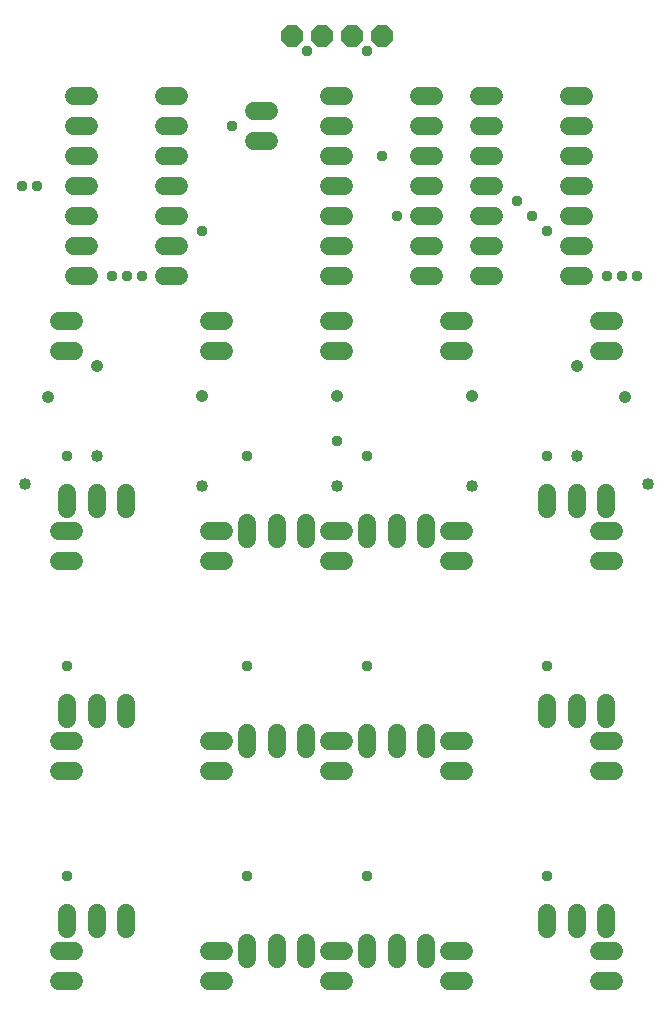
<source format=gbr>
G04 EAGLE Gerber X2 export*
%TF.Part,Single*%
%TF.FileFunction,Soldermask,Top,1*%
%TF.FilePolarity,Negative*%
%TF.GenerationSoftware,Autodesk,EAGLE,8.7.0*%
%TF.CreationDate,2018-06-06T15:16:06Z*%
G75*
%MOMM*%
%FSLAX34Y34*%
%LPD*%
%AMOC8*
5,1,8,0,0,1.08239X$1,22.5*%
G01*
%ADD10C,1.524000*%
%ADD11C,1.016000*%
%ADD12C,1.047269*%
%ADD13P,1.951982X8X22.500000*%
%ADD14C,0.959600*%


D10*
X57404Y546100D02*
X44196Y546100D01*
X44196Y571500D02*
X57404Y571500D01*
X171196Y546100D02*
X184404Y546100D01*
X184404Y571500D02*
X171196Y571500D01*
X272796Y546100D02*
X286004Y546100D01*
X286004Y571500D02*
X272796Y571500D01*
X374396Y546100D02*
X387604Y546100D01*
X387604Y571500D02*
X374396Y571500D01*
X501396Y546100D02*
X514604Y546100D01*
X514604Y571500D02*
X501396Y571500D01*
X57404Y368300D02*
X44196Y368300D01*
X44196Y393700D02*
X57404Y393700D01*
X171196Y368300D02*
X184404Y368300D01*
X184404Y393700D02*
X171196Y393700D01*
X272796Y368300D02*
X286004Y368300D01*
X286004Y393700D02*
X272796Y393700D01*
X374396Y368300D02*
X387604Y368300D01*
X387604Y393700D02*
X374396Y393700D01*
X501396Y368300D02*
X514604Y368300D01*
X514604Y393700D02*
X501396Y393700D01*
X57404Y190500D02*
X44196Y190500D01*
X44196Y215900D02*
X57404Y215900D01*
X171196Y190500D02*
X184404Y190500D01*
X184404Y215900D02*
X171196Y215900D01*
X272796Y190500D02*
X286004Y190500D01*
X286004Y215900D02*
X272796Y215900D01*
X374396Y190500D02*
X387604Y190500D01*
X387604Y215900D02*
X374396Y215900D01*
X501396Y190500D02*
X514604Y190500D01*
X514604Y215900D02*
X501396Y215900D01*
X57404Y12700D02*
X44196Y12700D01*
X44196Y38100D02*
X57404Y38100D01*
X171196Y12700D02*
X184404Y12700D01*
X184404Y38100D02*
X171196Y38100D01*
X272796Y12700D02*
X286004Y12700D01*
X286004Y38100D02*
X272796Y38100D01*
X374396Y12700D02*
X387604Y12700D01*
X387604Y38100D02*
X374396Y38100D01*
X501396Y12700D02*
X514604Y12700D01*
X514604Y38100D02*
X501396Y38100D01*
X222504Y723900D02*
X209296Y723900D01*
X209296Y749300D02*
X222504Y749300D01*
X228588Y400038D02*
X228588Y386830D01*
X253588Y386830D02*
X253588Y400038D01*
X203588Y400038D02*
X203588Y386830D01*
X330188Y386830D02*
X330188Y400038D01*
X355188Y400038D02*
X355188Y386830D01*
X305188Y386830D02*
X305188Y400038D01*
X76188Y412230D02*
X76188Y425438D01*
X101188Y425438D02*
X101188Y412230D01*
X51188Y412230D02*
X51188Y425438D01*
X482588Y425438D02*
X482588Y412230D01*
X507588Y412230D02*
X507588Y425438D01*
X457588Y425438D02*
X457588Y412230D01*
X228588Y222238D02*
X228588Y209030D01*
X253588Y209030D02*
X253588Y222238D01*
X203588Y222238D02*
X203588Y209030D01*
X330188Y209030D02*
X330188Y222238D01*
X355188Y222238D02*
X355188Y209030D01*
X305188Y209030D02*
X305188Y222238D01*
X76188Y234430D02*
X76188Y247638D01*
X101188Y247638D02*
X101188Y234430D01*
X51188Y234430D02*
X51188Y247638D01*
X482588Y247638D02*
X482588Y234430D01*
X507588Y234430D02*
X507588Y247638D01*
X457588Y247638D02*
X457588Y234430D01*
X228588Y44438D02*
X228588Y31230D01*
X253588Y31230D02*
X253588Y44438D01*
X203588Y44438D02*
X203588Y31230D01*
X330188Y31230D02*
X330188Y44438D01*
X355188Y44438D02*
X355188Y31230D01*
X305188Y31230D02*
X305188Y44438D01*
X76188Y56630D02*
X76188Y69838D01*
X101188Y69838D02*
X101188Y56630D01*
X51188Y56630D02*
X51188Y69838D01*
X482588Y69838D02*
X482588Y56630D01*
X507588Y56630D02*
X507588Y69838D01*
X457588Y69838D02*
X457588Y56630D01*
D11*
X165100Y431800D03*
D12*
X165100Y508000D03*
D11*
X543261Y433098D03*
D12*
X523539Y506702D03*
D11*
X393700Y431800D03*
D12*
X393700Y508000D03*
D11*
X279400Y431800D03*
D12*
X279400Y508000D03*
D11*
X15539Y433098D03*
D12*
X35261Y506702D03*
D11*
X76200Y457200D03*
D12*
X76200Y533400D03*
D11*
X482600Y457200D03*
D12*
X482600Y533400D03*
D10*
X286004Y762000D02*
X272796Y762000D01*
X272796Y736600D02*
X286004Y736600D01*
X286004Y609600D02*
X272796Y609600D01*
X348996Y609600D02*
X362204Y609600D01*
X286004Y711200D02*
X272796Y711200D01*
X272796Y685800D02*
X286004Y685800D01*
X286004Y635000D02*
X272796Y635000D01*
X272796Y660400D02*
X286004Y660400D01*
X348996Y635000D02*
X362204Y635000D01*
X362204Y660400D02*
X348996Y660400D01*
X348996Y685800D02*
X362204Y685800D01*
X362204Y711200D02*
X348996Y711200D01*
X348996Y736600D02*
X362204Y736600D01*
X362204Y762000D02*
X348996Y762000D01*
X399796Y762000D02*
X413004Y762000D01*
X413004Y736600D02*
X399796Y736600D01*
X399796Y609600D02*
X413004Y609600D01*
X475996Y609600D02*
X489204Y609600D01*
X413004Y711200D02*
X399796Y711200D01*
X399796Y685800D02*
X413004Y685800D01*
X413004Y635000D02*
X399796Y635000D01*
X399796Y660400D02*
X413004Y660400D01*
X475996Y635000D02*
X489204Y635000D01*
X489204Y660400D02*
X475996Y660400D01*
X475996Y685800D02*
X489204Y685800D01*
X489204Y711200D02*
X475996Y711200D01*
X475996Y736600D02*
X489204Y736600D01*
X489204Y762000D02*
X475996Y762000D01*
X70104Y762000D02*
X56896Y762000D01*
X56896Y736600D02*
X70104Y736600D01*
X70104Y609600D02*
X56896Y609600D01*
X133096Y609600D02*
X146304Y609600D01*
X70104Y711200D02*
X56896Y711200D01*
X56896Y685800D02*
X70104Y685800D01*
X70104Y635000D02*
X56896Y635000D01*
X56896Y660400D02*
X70104Y660400D01*
X133096Y635000D02*
X146304Y635000D01*
X146304Y660400D02*
X133096Y660400D01*
X133096Y685800D02*
X146304Y685800D01*
X146304Y711200D02*
X133096Y711200D01*
X133096Y736600D02*
X146304Y736600D01*
X146304Y762000D02*
X133096Y762000D01*
D13*
X317500Y812800D03*
X292100Y812800D03*
X266700Y812800D03*
X241300Y812800D03*
D14*
X254000Y800100D03*
X190500Y736600D03*
X317500Y711200D03*
X279400Y469900D03*
X431800Y673100D03*
X304800Y457200D03*
X444500Y660400D03*
X304800Y279400D03*
X457200Y647700D03*
X304800Y101600D03*
X457200Y457200D03*
X520700Y609600D03*
X508000Y609600D03*
X457200Y279400D03*
X457200Y101600D03*
X533400Y609600D03*
X25400Y685800D03*
X50800Y457200D03*
X50800Y279400D03*
X12700Y685800D03*
X50800Y101600D03*
X88900Y609600D03*
X165100Y647700D03*
X203200Y457200D03*
X114300Y609600D03*
X203200Y279400D03*
X101600Y609600D03*
X203200Y101600D03*
X304800Y800100D03*
X330200Y660400D03*
M02*

</source>
